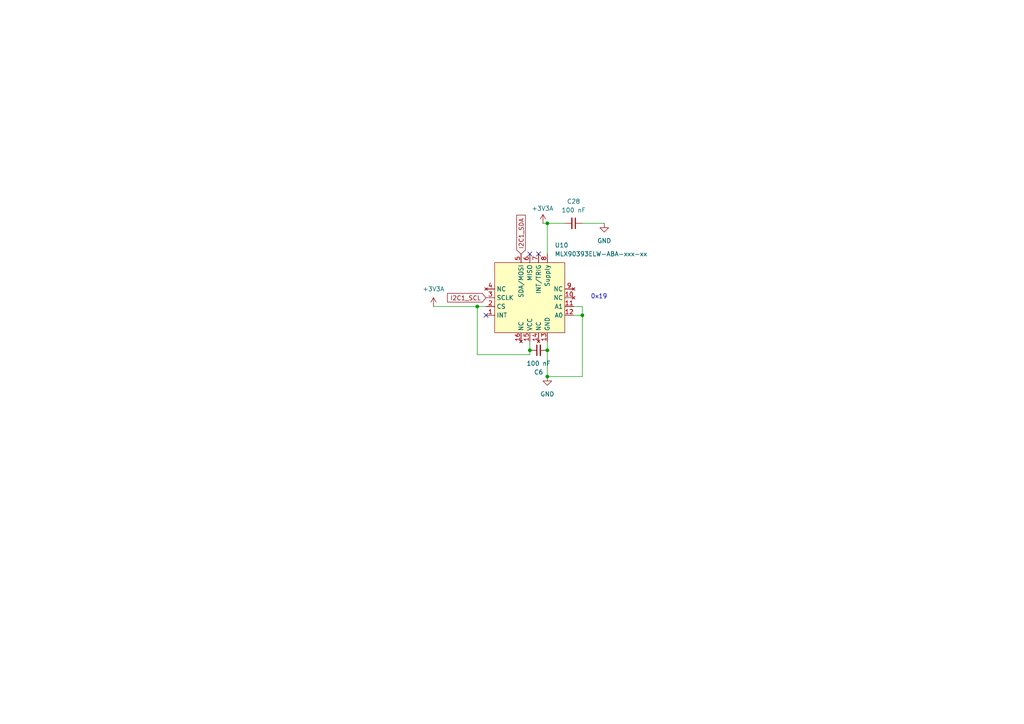
<source format=kicad_sch>
(kicad_sch (version 20250114) (generator "eeschema") (generator_version "9.0")
  (paper "A4")
  (lib_symbols
    (symbol "Device:C_Small" (pin_numbers (hide yes)) (pin_names (offset 0.254) (hide yes))
      (property "Reference" "C" (at 0.254 1.778 0))
      (property "Value" "C_Small" (at 0.254 -2.032 0))
      (symbol "C_Small_0_1"
        (polyline (pts (xy -1.524 0.508) (xy 1.524 0.508)) (stroke (width 0.3048)))
        (polyline (pts (xy -1.524 -0.508) (xy 1.524 -0.508)) (stroke (width 0.3302)))
      )
      (symbol "C_Small_1_1"
        (pin passive line (at 0 2.54 270) (length 2.032) (name "~") (number "1"))
        (pin passive line (at 0 -2.54 90) (length 2.032) (name "~") (number "2"))
      )
    )
    (symbol "Sensor_Magnetic:MLX90393ELW-ABA-xxx-xx"
      (property "Reference" "U10" (at 19.9233 20.32 0))
      (property "Value" "MLX90393ELW-ABA-xxx-xx" (at 19.9233 17.78 0))
      (symbol "MLX90393ELW-ABA-xxx-xx_0_0"
        (pin no_connect line (at 0 7.62 0) (length 2.54) (name "NC") (number "4"))
        (pin input line (at 0 5.08 0) (length 2.54) (name "SCLK") (number "3"))
        (pin input line (at 0 2.54 0) (length 2.54) (name "CS") (number "2"))
        (pin output line (at 0 0 0) (length 2.54) (name "INT") (number "1"))
        (pin no_connect line (at 10.16 -7.62 90) (length 2.54) (name "NC") (number "16"))
        (pin output line (at 12.7 17.78 270) (length 2.54) (name "MISO") (number "6"))
        (pin power_in line (at 12.7 -7.62 90) (length 2.54) (name "VCC") (number "15"))
        (pin bidirectional line (at 15.24 17.78 270) (length 2.54) (name "INT/TRIG") (number "7"))
        (pin no_connect line (at 15.24 -7.62 90) (length 2.54) (name "NC") (number "14"))
        (pin power_in line (at 17.78 17.78 270) (length 2.54) (name "Supply") (number "8"))
        (pin power_in line (at 17.78 -7.62 90) (length 2.54) (name "GND") (number "13"))
        (pin no_connect line (at 25.4 7.62 180) (length 2.54) (name "NC") (number "9"))
        (pin no_connect line (at 25.4 5.08 180) (length 2.54) (name "NC") (number "10"))
        (pin input line (at 25.4 2.54 180) (length 2.54) (name "A1") (number "11"))
        (pin input line (at 25.4 0 180) (length 2.54) (name "A0") (number "12"))
      )
      (symbol "MLX90393ELW-ABA-xxx-xx_1_0"
        (pin bidirectional line (at 10.16 17.78 270) (length 2.54) (name "SDA/MOSI") (number "5"))
      )
      (symbol "MLX90393ELW-ABA-xxx-xx_1_1"
        (rectangle (start 2.54 15.24) (end 22.86 -5.08) (fill (type background)))
      )
    )
    (symbol "power:+3V3" (power) (pin_numbers (hide yes)) (pin_names (offset 0) (hide yes))
      (property "Value" "+3V3" (at 0 3.556 0))
      (symbol "+3V3_0_1"
        (polyline (pts (xy -0.762 1.27) (xy 0 2.54)))
        (polyline (pts (xy 0 2.54) (xy 0.762 1.27)))
        (polyline (pts (xy 0 0) (xy 0 2.54)))
      )
      (symbol "+3V3_1_1"
        (pin power_in line (at 0 0 90) (length 0) (name "~") (number "1"))
      )
    )
    (symbol "power:GND" (power) (pin_numbers (hide yes)) (pin_names (offset 0) (hide yes))
      (property "Value" "GND" (at 0 -3.81 0))
      (symbol "GND_0_1"
        (polyline (pts (xy 0 0) (xy 0 -1.27) (xy 1.27 -1.27) (xy 0 -2.54) (xy -1.27 -1.27) (xy 0 -1.27)))
      )
      (symbol "GND_1_1"
        (pin power_in line (at 0 0 270) (length 0) (name "~") (number "1"))
      )
    )
  )
  (text "0x19\n" (at 173.736 86.106 0) (effects (font (size 1.27 1.27))))
  (junction (at 168.91 91.44))
  (junction (at 153.67 101.6))
  (junction (at 158.75 101.6))
  (junction (at 138.43 88.9))
  (junction (at 158.75 64.77))
  (junction (at 158.75 109.22))
  (no_connect (at 140.97 91.44))
  (no_connect (at 156.21 73.66))
  (no_connect (at 153.67 73.66))
  (wire (pts (xy 168.91 91.44) (xy 168.91 109.22)))
  (wire (pts (xy 138.43 88.9) (xy 140.97 88.9)))
  (wire (pts (xy 158.75 64.77) (xy 158.75 73.66)))
  (wire (pts (xy 125.73 88.9) (xy 138.43 88.9)))
  (wire (pts (xy 166.37 88.9) (xy 168.91 88.9)))
  (wire (pts (xy 168.91 88.9) (xy 168.91 91.44)))
  (wire (pts (xy 158.75 99.06) (xy 158.75 101.6)))
  (wire (pts (xy 168.91 91.44) (xy 166.37 91.44)))
  (wire (pts (xy 138.43 88.9) (xy 138.43 102.87)))
  (wire (pts (xy 157.48 64.77) (xy 158.75 64.77)))
  (wire (pts (xy 138.43 102.87) (xy 153.67 102.87)))
  (wire (pts (xy 168.91 109.22) (xy 158.75 109.22)))
  (wire (pts (xy 153.67 101.6) (xy 153.67 99.06)))
  (wire (pts (xy 158.75 101.6) (xy 158.75 109.22)))
  (wire (pts (xy 168.91 64.77) (xy 175.26 64.77)))
  (wire (pts (xy 158.75 64.77) (xy 163.83 64.77)))
  (wire (pts (xy 153.67 102.87) (xy 153.67 101.6)))
  (global_label "I2C1_SDA" (shape input) (at 151.13 73.66 90) (property "Intersheetrefs" "${INTERSHEET_REFS}" (effects (hide yes))))
  (global_label "I2C1_SCL" (shape input) (at 140.97 86.36 180) (property "Intersheetrefs" "${INTERSHEET_REFS}" (effects (hide yes))))
  (symbol (lib_id "Device:C_Small") (at 156.21 101.6 90) (mirror x) (unit 1)
    (property "Reference" "C6" (at 156.2163 107.95 90))
    (property "Value" "100 nF" (at 156.2163 105.41 90))
    (property "Footprint" "Capacitor_SMD:C_0603_1608Metric_Pad1.08x0.95mm_HandSolder" (effects (hide yes)))
    (property "Description" "Unpolarized capacitor, small symbol" (effects (hide yes)))
  )
  (symbol (lib_id "power:+3V3") (at 125.73 88.9 0) (unit 1)
    (property "Reference" "#PWR010" (effects (hide yes)))
    (property "Value" "+3V3A" (at 125.73 83.82 0))
    (property "Description" "Power symbol creates a global label with name \"+3V3\"" (effects (hide yes)))
  )
  (symbol (lib_id "Device:C_Small") (at 166.37 64.77 270) (mirror x) (unit 1)
    (property "Reference" "C28" (at 166.3637 58.42 90))
    (property "Value" "100 nF" (at 166.3637 60.96 90))
    (property "Footprint" "Capacitor_SMD:C_0603_1608Metric_Pad1.08x0.95mm_HandSolder" (effects (hide yes)))
    (property "Description" "Unpolarized capacitor, small symbol" (effects (hide yes)))
  )
  (symbol (lib_id "power:GND") (at 158.75 109.22 0) (unit 1)
    (property "Reference" "#PWR08" (effects (hide yes)))
    (property "Value" "GND" (at 158.75 114.3 0))
    (property "Description" "Power symbol creates a global label with name \"GND\" , ground" (effects (hide yes)))
  )
  (symbol (lib_id "Sensor_Magnetic:MLX90393ELW-ABA-xxx-xx") (at 140.97 91.44 0) (unit 1)
    (property "Reference" "U10" (at 160.8933 71.12 0) (effects (justify left)))
    (property "Value" "MLX90393ELW-ABA-xxx-xx" (at 160.8933 73.66 0) (effects (justify left)))
    (property "Footprint" "Package_DFN_QFN:QFN-16-1EP_3x3mm_P0.5mm_EP1.75x1.75mm" (effects (hide yes)))
    (property "Datasheet" "file:///Users/krishvyas/Downloads/FF%20Downloads/MLX90393-Datasheet-Melexis-1.pdf" (effects (hide yes)))
  )
  (symbol (lib_id "power:+3V3") (at 157.48 64.77 0) (unit 1)
    (property "Reference" "#PWR012" (effects (hide yes)))
    (property "Value" "+3V3A" (at 154.178 60.4519 0) (effects (justify left)))
    (property "Description" "Power symbol creates a global label with name \"+3V3\"" (effects (hide yes)))
  )
  (symbol (lib_id "power:GND") (at 175.26 64.77 0) (unit 1)
    (property "Reference" "#PWR0109" (effects (hide yes)))
    (property "Value" "GND" (at 175.26 69.85 0))
    (property "Description" "Power symbol creates a global label with name \"GND\" , ground" (effects (hide yes)))
  )
)
</source>
